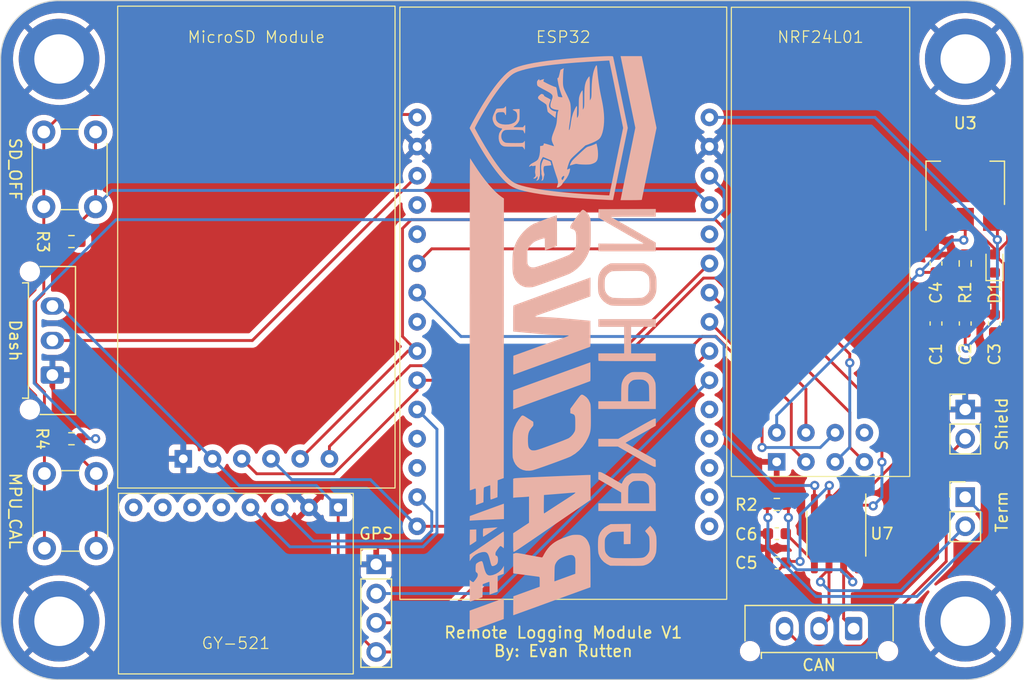
<source format=kicad_pcb>
(kicad_pcb (version 20221018) (generator pcbnew)
  (layers (0 "F.Cu" signal) (31 "B.Cu" signal) (34 "B.Paste" user) (35 "F.Paste" user) (36 "B.SilkS" user "B.Silkscreen") (37 "F.SilkS" user "F.Silkscreen") (38 "B.Mask" user) (39 "F.Mask" user) (44 "Edge.Cuts" user))
  (net 0 "")
  (net 1 "GND")
  (net 2 "NRF_VCC")
  (net 3 "+3.3V")
  (net 4 "Net-(D1-K)")
  (net 6 "GLV+")
  (net 7 "V_SENSE")
  (net 8 "Net-(J2-Pin_1)")
  (net 9 "NRF_CSN")
  (net 10 "NRF_CE")
  (net 16 "Net-(J2-Pin_2)")
  (net 17 "Net-(J2-Pin_3)")
  (net 18 "Net-(JP1-A)")
  (net 19 "SD_OFF")
  (net 20 "MPU_CAL")
  (net 22 "GPS_TX")
  (net 23 "GPS_RX")
  (net 24 "+5V")
  (net 27 "CAN_TX")
  (net 28 "CAN_RX")
  (net 32 "SPI_SCK")
  (net 33 "SPI_MISO")
  (net 34 "I2C_SDA")
  (net 35 "I2C_SCL")
  (net 36 "SPI_MOSI")
  (net 39 "SD_CS")
  (footprint "Connector_Molex:Molex_Micro-Fit_3.0_43650-0315_1x03_P3.00mm_Vertical" (layer "F.Cu") (at 147.78 86.36 180)
    (fp_text reference "CAN" (at 3 -3.175 unlocked) (layer "F.SilkS"))
    (fp_text value "Conn_01x03" hide)
    (pad "" np_thru_hole circle (at -3 -1.96 180) (size 1.27 1.27) (drill 1.27) (layers "*.Cu" "*.Mask"))
    (pad "" np_thru_hole circle (at 9 -1.96 180) (size 1.27 1.27) (drill 1.27) (layers "*.Cu" "*.Mask"))
    (pad "1" thru_hole roundrect (at 0 0 180) (size 1.5 2.02) (drill 1.02) (layers "*.Cu" "*.Mask") (roundrect_rratio 0.1666673333) (net 8 "Net-(J2-Pin_1)"))
    (pad "2" thru_hole oval (at 3 0 180) (size 1.5 2.02) (drill 1.02) (layers "*.Cu" "*.Mask") (net 16 "Net-(J2-Pin_2)"))
    (pad "3" thru_hole oval (at 6 0 180) (size 1.5 2.02) (drill 1.02) (layers "*.Cu" "*.Mask") (net 17 "Net-(J2-Pin_3)"))
  )
  (footprint "Package_SO:SOIC-8_3.9x4.9mm_P1.27mm" (layer "F.Cu") (at 146.2786 78.105 -90)
    (fp_text reference "U7" (at 0 -3.9624) (layer "F.SilkS"))
    (fp_text value "MCP2562-E-SN" hide)
    (pad "1" smd roundrect (at -2.475 -1.905 270) (size 1.95 0.6) (layers "F.Cu" "F.Paste" "F.Mask") (net 27 "CAN_TX"))
    (pad "2" smd roundrect (at -2.475 -0.635 270) (size 1.95 0.6) (layers "F.Cu" "F.Paste" "F.Mask") (net 1 "GND"))
    (pad "3" smd roundrect (at -2.475 0.635 270) (size 1.95 0.6) (layers "F.Cu" "F.Paste" "F.Mask") (net 24 "+5V"))
    (pad "4" smd roundrect (at -2.475 1.905 270) (size 1.95 0.6) (layers "F.Cu" "F.Paste" "F.Mask") (net 28 "CAN_RX"))
    (pad "5" smd roundrect (at 2.475 1.905 270) (size 1.95 0.6) (layers "F.Cu" "F.Paste" "F.Mask") (net 6 "GLV+"))
    (pad "6" smd roundrect (at 2.475 0.635 270) (size 1.95 0.6) (layers "F.Cu" "F.Paste" "F.Mask") (net 16 "Net-(J2-Pin_2)"))
    (pad "7" smd roundrect (at 2.475 -0.635 270) (size 1.95 0.6) (layers "F.Cu" "F.Paste" "F.Mask") (net 8 "Net-(J2-Pin_1)"))
    (pad "8" smd roundrect (at 2.475 -1.905 270) (size 1.95 0.6) (layers "F.Cu" "F.Paste" "F.Mask") (net 1 "GND"))
  )
  (footprint "Capacitor_SMD:C_0603_1608Metric" (layer "F.Cu") (at 141.11 80.645 180)
    (fp_text reference "C5" (at 2.654 0) (layer "F.SilkS"))
    (fp_text value "100nF" hide)
    (pad "1" smd roundrect (at -0.775 0 180) (size 0.9 0.95) (layers "F.Cu" "F.Paste" "F.Mask") (net 24 "+5V"))
    (pad "2" smd roundrect (at 0.775 0 180) (size 0.9 0.95) (layers "F.Cu" "F.Paste" "F.Mask") (net 1 "GND"))
  )
  (footprint "Connector_PinHeader_2.54mm:PinHeader_1x02_P2.54mm_Vertical" (layer "F.Cu") (at 157.48 74.925)
    (fp_text reference "Term" (at 3.175 1.275 90 unlocked) (layer "F.SilkS"))
    (fp_text value "Termination" hide)
    (pad "1" thru_hole rect (at 0 0) (size 1.7 1.7) (drill 1) (layers "*.Cu" "*.Mask") (net 18 "Net-(JP1-A)"))
    (pad "2" thru_hole oval (at 0 2.54) (size 1.7 1.7) (drill 1) (layers "*.Cu" "*.Mask") (net 16 "Net-(J2-Pin_2)"))
  )
  (footprint "Button_Switch_THT:SW_PUSH_6mm" (layer "F.Cu") (at 77.415 49.68 90)
    (fp_text reference "SD_OFF" (at 3.25 -2.485 270 unlocked) (layer "F.SilkS"))
    (fp_text value "SW_Push" hide)
    (pad "1" thru_hole circle (at 0 0 180) (size 2 2) (drill 1.1) (layers "*.Cu" "*.Mask") (net 3 "+3.3V"))
    (pad "1" thru_hole circle (at 6.5 0 180) (size 2 2) (drill 1.1) (layers "*.Cu" "*.Mask") (net 3 "+3.3V"))
    (pad "2" thru_hole circle (at 0 4.5 180) (size 2 2) (drill 1.1) (layers "*.Cu" "*.Mask") (net 19 "SD_OFF"))
    (pad "2" thru_hole circle (at 6.5 4.5 180) (size 2 2) (drill 1.1) (layers "*.Cu" "*.Mask") (net 19 "SD_OFF"))
  )
  (footprint "Package_TO_SOT_SMD:SOT-223-3_TabPin2" (layer "F.Cu") (at 157.48 47.625 90)
    (fp_text reference "U3" (at 5.207 0) (layer "F.SilkS"))
    (fp_text value "AP1117-33" hide)
    (pad "1" smd rect (at -3.15 -2.3 90) (size 2 1.5) (layers "F.Cu" "F.Paste" "F.Mask") (net 1 "GND"))
    (pad "2" smd rect (at -3.15 0 90) (size 2 1.5) (layers "F.Cu" "F.Paste" "F.Mask") (net 2 "NRF_VCC"))
    (pad "2" smd rect (at 3.15 0 90) (size 2 3.8) (layers "F.Cu" "F.Paste" "F.Mask") (net 2 "NRF_VCC"))
    (pad "3" smd rect (at -3.15 2.3 90) (size 2 1.5) (layers "F.Cu" "F.Paste" "F.Mask") (net 24 "+5V"))
  )
  (footprint "Resistor_SMD:R_0603_1608Metric" (layer "F.Cu") (at 157.48 54.61 90)
    (fp_text reference "R1" (at -2.54 0 90) (layer "F.SilkS"))
    (fp_text value "1k" hide)
    (pad "1" smd roundrect (at -0.825 0 90) (size 0.8 0.95) (layers "F.Cu" "F.Paste" "F.Mask") (net 4 "Net-(D1-K)"))
    (pad "2" smd roundrect (at 0.825 0 90) (size 0.8 0.95) (layers "F.Cu" "F.Paste" "F.Mask") (net 1 "GND"))
  )
  (footprint "Capacitor_SMD:C_0603_1608Metric" (layer "F.Cu") (at 141.11 78.105 180)
    (fp_text reference "C6" (at 2.654 -0.055) (layer "F.SilkS"))
    (fp_text value "100nF" hide)
    (pad "1" smd roundrect (at -0.775 0 180) (size 0.9 0.95) (layers "F.Cu" "F.Paste" "F.Mask") (net 6 "GLV+"))
    (pad "2" smd roundrect (at 0.775 0 180) (size 0.9 0.95) (layers "F.Cu" "F.Paste" "F.Mask") (net 1 "GND"))
  )
  (footprint "GRC:ESP32" (layer "F.Cu") (at 122.555 83.816 180)
    (fp_text reference "ESP32" (at 0 48.891 unlocked) (layer "F.SilkS") (effects (font (thickness 0.1))))
    (fp_text value "ESP32")
    (pad "1" thru_hole circle (at -12.7 6.35 180) (size 1.524 1.524) (drill 0.762) (layers "*.Cu" "*.Mask"))
    (pad "2" thru_hole circle (at -12.7 8.89 180) (size 1.524 1.524) (drill 0.762) (layers "*.Cu" "*.Mask"))
    (pad "3" thru_hole circle (at -12.7 11.43 180) (size 1.524 1.524) (drill 0.762) (layers "*.Cu" "*.Mask"))
    (pad "4" thru_hole circle (at -12.7 13.97 180) (size 1.524 1.524) (drill 0.762) (layers "*.Cu" "*.Mask"))
    (pad "5" thru_hole circle (at -12.7 16.51 180) (size 1.524 1.524) (drill 0.762) (layers "*.Cu" "*.Mask"))
    (pad "6" thru_hole circle (at -12.7 19.05 180) (size 1.524 1.524) (drill 0.762) (layers "*.Cu" "*.Mask") (net 22 "GPS_TX"))
    (pad "7" thru_hole circle (at -12.7 21.59 180) (size 1.524 1.524) (drill 0.762) (layers "*.Cu" "*.Mask") (net 23 "GPS_RX"))
    (pad "8" thru_hole circle (at -12.7 24.13 180) (size 1.524 1.524) (drill 0.762) (layers "*.Cu" "*.Mask") (net 10 "NRF_CE"))
    (pad "9" thru_hole circle (at -12.7 26.67 180) (size 1.524 1.524) (drill 0.762) (layers "*.Cu" "*.Mask") (net 9 "NRF_CSN"))
    (pad "10" thru_hole circle (at -12.7 29.21 180) (size 1.524 1.524) (drill 0.762) (layers "*.Cu" "*.Mask") (net 39 "SD_CS"))
    (pad "11" thru_hole circle (at -12.7 31.75 180) (size 1.524 1.524) (drill 0.762) (layers "*.Cu" "*.Mask"))
    (pad "12" thru_hole circle (at -12.7 34.29 180) (size 1.524 1.524) (drill 0.762) (layers "*.Cu" "*.Mask") (net 19 "SD_OFF"))
    (pad "13" thru_hole circle (at -12.7 36.83 180) (size 1.524 1.524) (drill 0.762) (layers "*.Cu" "*.Mask") (net 20 "MPU_CAL"))
    (pad "14" thru_hole circle (at -12.7 39.37 180) (size 1.524 1.524) (drill 0.762) (layers "*.Cu" "*.Mask") (net 1 "GND"))
    (pad "15" thru_hole circle (at -12.7 41.91 180) (size 1.524 1.524) (drill 0.762) (layers "*.Cu" "*.Mask") (net 24 "+5V"))
    (pad "16" thru_hole circle (at 12.7 41.91 180) (size 1.524 1.524) (drill 0.762) (layers "*.Cu" "*.Mask") (net 3 "+3.3V"))
    (pad "17" thru_hole circle (at 12.7 39.37 180) (size 1.524 1.524) (drill 0.762) (layers "*.Cu" "*.Mask") (net 1 "GND"))
    (pad "18" thru_hole circle (at 12.7 36.83 180) (size 1.524 1.524) (drill 0.762) (layers "*.Cu" "*.Mask") (net 7 "V_SENSE"))
    (pad "19" thru_hole circle (at 12.7 34.29 180) (size 1.524 1.524) (drill 0.762) (layers "*.Cu" "*.Mask"))
    (pad "20" thru_hole circle (at 12.7 31.75 180) (size 1.524 1.524) (drill 0.762) (layers "*.Cu" "*.Mask"))
    (pad "21" thru_hole circle (at 12.7 29.21 180) (size 1.524 1.524) (drill 0.762) (layers "*.Cu" "*.Mask") (net 27 "CAN_TX"))
    (pad "22" thru_hole circle (at 12.7 26.67 180) (size 1.524 1.524) (drill 0.762) (layers "*.Cu" "*.Mask") (net 28 "CAN_RX"))
    (pad "23" thru_hole circle (at 12.7 24.13 180) (size 1.524 1.524) (drill 0.762) (layers "*.Cu" "*.Mask"))
    (pad "24" thru_hole circle (at 12.7 21.59 180) (size 1.524 1.524) (drill 0.762) (layers "*.Cu" "*.Mask") (net 32 "SPI_SCK"))
    (pad "25" thru_hole circle (at 12.7 19.05 180) (size 1.524 1.524) (drill 0.762) (layers "*.Cu" "*.Mask") (net 33 "SPI_MISO"))
    (pad "26" thru_hole circle (at 12.7 16.51 180) (size 1.524 1.524) (drill 0.762) (layers "*.Cu" "*.Mask") (net 34 "I2C_SDA"))
    (pad "27" thru_hole circle (at 12.7 13.97 180) (size 1.524 1.524) (drill 0.762) (layers "*.Cu" "*.Mask"))
    (pad "28" thru_hole circle (at 12.7 11.43 180) (size 1.524 1.524) (drill 0.762) (layers "*.Cu" "*.Mask"))
    (pad "29" thru_hole circle (at 12.7 8.89 180) (size 1.524 1.524) (drill 0.762) (layers "*.Cu" "*.Mask") (net 35 "I2C_SCL"))
    (pad "30" thru_hole circle (at 12.7 6.35 180) (size 1.524 1.524) (drill 0.762) (layers "*.Cu" "*.Mask") (net 36 "SPI_MOSI"))
  )
  (footprint "Connector_Molex:Molex_Micro-Fit_3.0_43650-0315_1x03_P3.00mm_Vertical" (layer "F.Cu") (at 78.16 64.31 90)
    (fp_text reference "Dash" (at 3 -3.23 270 unlocked) (layer "F.SilkS"))
    (fp_text value "Conn_01x03" hide)
    (pad "" np_thru_hole circle (at -3 -1.96 90) (size 1.27 1.27) (drill 1.27) (layers "*.Cu" "*.Mask"))
    (pad "" np_thru_hole circle (at 9 -1.96 90) (size 1.27 1.27) (drill 1.27) (layers "*.Cu" "*.Mask"))
    (pad "1" thru_hole roundrect (at 0 0 90) (size 1.5 2.02) (drill 1.02) (layers "*.Cu" "*.Mask") (roundrect_rratio 0.1666673333) (net 1 "GND"))
    (pad "2" thru_hole oval (at 3 0 90) (size 1.5 2.02) (drill 1.02) (layers "*.Cu" "*.Mask") (net 7 "V_SENSE"))
    (pad "3" thru_hole oval (at 6 0 90) (size 1.5 2.02) (drill 1.02) (layers "*.Cu" "*.Mask") (net 24 "+5V"))
  )
  (footprint "Capacitor_SMD:C_0603_1608Metric" (layer "F.Cu") (at 157.48 59.83 90)
    (fp_text reference "C2" (at -2.68 0 90) (layer "F.SilkS"))
    (fp_text value "1u" hide)
    (pad "1" smd roundrect (at -0.775 0 90) (size 0.9 0.95) (layers "F.Cu" "F.Paste" "F.Mask") (net 24 "+5V"))
    (pad "2" smd roundrect (at 0.775 0 90) (size 0.9 0.95) (layers "F.Cu" "F.Paste" "F.Mask") (net 1 "GND"))
  )
  (footprint "Resistor_SMD:R_0603_1608Metric" (layer "F.Cu") (at 79.82 52.705 180)
    (fp_text reference "R3" (at 2.477 0 270 unlocked) (layer "F.SilkS"))
    (fp_text value "10k" hide)
    (pad "1" smd roundrect (at -0.825 0 180) (size 0.8 0.95) (layers "F.Cu" "F.Paste" "F.Mask") (net 19 "SD_OFF"))
    (pad "2" smd roundrect (at 0.825 0 180) (size 0.8 0.95) (layers "F.Cu" "F.Paste" "F.Mask") (net 1 "GND"))
  )
  (footprint "MountingHole:MountingHole_4.3mm_M4_ISO14580_Pad" (layer "F.Cu") (at 78.74 85.725 180)
    (fp_text reference "H2" hide)
    (fp_text value "MountingHole" hide)
    (pad "1" thru_hole circle (at 0 0 180) (size 7 7) (drill 4.3) (layers "*.Cu" "*.Mask") (net 1 "GND"))
  )
  (footprint "Connector_PinHeader_2.54mm:PinHeader_1x02_P2.54mm_Vertical" (layer "F.Cu") (at 157.48 67.305)
    (fp_text reference "Shield" (at 3.175 1.275 90 unlocked) (layer "F.SilkS"))
    (fp_text value "Shielding" hide)
    (pad "1" thru_hole rect (at 0 0) (size 1.7 1.7) (drill 1) (layers "*.Cu" "*.Mask") (net 1 "GND"))
    (pad "2" thru_hole oval (at 0 2.54) (size 1.7 1.7) (drill 1) (layers "*.Cu" "*.Mask") (net 17 "Net-(J2-Pin_3)"))
  )
  (footprint "GRC:MicroSD-Module" (layer "F.Cu") (at 95.885 32.236)
    (fp_text reference "MicroSD Module" (at 0 2.689 unlocked) (layer "F.SilkS") (effects (font (thickness 0.1))))
    (fp_text value "MicroSD Module")
    (pad "1" thru_hole rect (at -6.35 39.36) (size 1.524 1.524) (drill 0.762) (layers "*.Cu" "*.Mask") (net 1 "GND"))
    (pad "2" thru_hole circle (at -3.81 39.36) (size 1.524 1.524) (drill 0.762) (layers "*.Cu" "*.Mask") (net 24 "+5V"))
    (pad "3" thru_hole circle (at -1.27 39.36) (size 1.524 1.524) (drill 0.762) (layers "*.Cu" "*.Mask") (net 33 "SPI_MISO"))
    (pad "4" thru_hole circle (at 1.27 39.36) (size 1.524 1.524) (drill 0.762) (layers "*.Cu" "*.Mask") (net 36 "SPI_MOSI"))
    (pad "5" thru_hole circle (at 3.81 39.36) (size 1.524 1.524) (drill 0.762) (layers "*.Cu" "*.Mask") (net 32 "SPI_SCK"))
    (pad "6" thru_hole circle (at 6.35 39.36) (size 1.524 1.524) (drill 0.762) (layers "*.Cu" "*.Mask") (net 39 "SD_CS"))
  )
  (footprint "GRC:GY-521" (layer "F.Cu") (at 94.107 90.3 180)
    (fp_text reference "GY-521" (at 0 2.67 unlocked) (layer "F.SilkS") (effects (font (thickness 0.1))))
    (fp_text value "GY-521")
    (pad "1" thru_hole rect (at -8.89 14.478 180) (size 1.524 1.524) (drill 0.762) (layers "*.Cu" "*.Mask") (net 24 "+5V"))
    (pad "2" thru_hole circle (at -6.35 14.478 180) (size 1.524 1.524) (drill 0.762) (layers "*.Cu" "*.Mask") (net 1 "GND"))
    (pad "3" thru_hole circle (at -3.81 14.478 180) (size 1.524 1.524) (drill 0.762) (layers "*.Cu" "*.Mask") (net 35 "I2C_SCL"))
    (pad "4" thru_hole circle (at -1.27 14.478 180) (size 1.524 1.524) (drill 0.762) (layers "*.Cu" "*.Mask") (net 34 "I2C_SDA"))
    (pad "5" thru_hole circle (at 1.27 14.478 180) (size 1.524 1.524) (drill 0.762) (layers "*.Cu" "*.Mask"))
    (pad "6" thru_hole circle (at 3.81 14.478 180) (size 1.524 1.524) (drill 0.762) (layers "*.Cu" "*.Mask"))
    (pad "7" thru_hole circle (at 6.35 14.478 180) (size 1.524 1.524) (drill 0.762) (layers "*.Cu" "*.Mask"))
    (pad "8" thru_hole circle (at 8.89 14.478 180) (size 1.524 1.524) (drill 0.762) (layers "*.Cu" "*.Mask"))
  )
  (footprint "Connector_PinHeader_2.54mm:PinHeader_1x04_P2.54mm_Vertical" (layer "F.Cu") (at 106.299 80.772)
    (fp_text reference "GPS" (at 0 -2.667) (layer "F.SilkS"))
    (fp_text value "BN-220")
    (pad "1" thru_hole rect (at 0 0) (size 1.7 1.7) (drill 1) (layers "*.Cu" "*.Mask") (net 1 "GND"))
    (pad "2" thru_hole oval (at 0 2.54) (size 1.7 1.7) (drill 1) (layers "*.Cu" "*.Mask") (net 22 "GPS_TX"))
    (pad "3" thru_hole oval (at 0 5.08) (size 1.7 1.7) (drill 1) (layers "*.Cu" "*.Mask") (net 23 "GPS_RX"))
    (pad "4" thru_hole oval (at 0 7.62) (size 1.7 1.7) (drill 1) (layers "*.Cu" "*.Mask") (net 24 "+5V"))
  )
  (footprint "GRC:NRF24L01" (layer "F.Cu") (at 144.907 73.132)
    (fp_text reference "NRF24L01" (at 0 -38.207 unlocked) (layer "F.SilkS") (effects (font (thickness 0.1))))
    (fp_text value "NRF24L01")
    (pad "1" thru_hole rect (at -3.81 -1.27 180) (size 1.524 1.524) (drill 0.762) (layers "*.Cu" "*.Mask") (net 1 "GND"))
    (pad "2" thru_hole circle (at -3.81 -3.81 180) (size 1.524 1.524) (drill 0.762) (layers "*.Cu" "*.Mask") (net 2 "NRF_VCC"))
    (pad "3" thru_hole circle (at -1.27 -1.27 180) (size 1.524 1.524) (drill 0.762) (layers "*.Cu" "*.Mask") (net 10 "NRF_CE"))
    (pad "4" thru_hole circle (at -1.27 -3.81 180) (size 1.524 1.524) (drill 0.762) (layers "*.Cu" "*.Mask") (net 9 "NRF_CSN"))
    (pad "5" thru_hole circle (at 1.27 -1.27 180) (size 1.524 1.524) (drill 0.762) (layers "*.Cu" "*.Mask") (net 32 "SPI_SCK"))
    (pad "6" thru_hole circle (at 1.27 -3.81 180) (size 1.524 1.524) (drill 0.762) (layers "*.Cu" "*.Mask") (net 36 "SPI_MOSI"))
    (pad "7" thru_hole circle (at 3.81 -1.27 180) (size 1.524 1.524) (drill 0.762) (layers "*.Cu" "*.Mask") (net 33 "SPI_MISO"))
    (pad "8" thru_hole circle (at 3.81 -3.81 180) (size 1.524 1.524) (drill 0.762) (layers "*.Cu" "*.Mask"))
  )
  (footprint "Button_Switch_THT:SW_PUSH_6mm" (layer "F.Cu") (at 77.47 79.375 90)
    (fp_text reference "MPU_CAL" (at 3.25 -2.54 270 unlocked) (layer "F.SilkS"))
    (fp_text value "SW_Push" hide)
    (pad "1" thru_hole circle (at 0 0 180) (size 2 2) (drill 1.1) (layers "*.Cu" "*.Mask") (net 3 "+3.3V"))
    (pad "1" thru_hole circle (at 6.5 0 180) (size 2 2) (drill 1.1) (layers "*.Cu" "*.Mask") (net 3 "+3.3V"))
    (pad "2" thru_hole circle (at 0 4.5 180) (size 2 2) (drill 1.1) (layers "*.Cu" "*.Mask") (net 20 "MPU_CAL"))
    (pad "2" thru_hole circle (at 6.5 4.5 180) (size 2 2) (drill 1.1) (layers "*.Cu" "*.Mask") (net 20 "MPU_CAL"))
  )
  (footprint "MountingHole:MountingHole_4.3mm_M4_ISO14580_Pad" (layer "F.Cu") (at 157.48 85.725 180)
    (fp_text reference "H1" hide)
    (fp_text value "MountingHole" hide)
    (pad "1" thru_hole circle (at 0 0 180) (size 7 7) (drill 4.3) (layers "*.Cu" "*.Mask") (net 1 "GND"))
  )
  (footprint "LED_SMD:LED_0603_1608Metric" (layer "F.Cu") (at 160.02 54.61 90)
    (fp_text reference "D1" (at -2.54 0 90) (layer "F.SilkS"))
    (fp_text value "LED" hide)
    (pad "1" smd roundrect (at -0.7875 0 90) (size 0.875 0.95) (layers "F.Cu" "F.Paste" "F.Mask") (net 4 "Net-(D1-K)"))
    (pad "2" smd roundrect (at 0.7875 0 90) (size 0.875 0.95) (layers "F.Cu" "F.Paste" "F.Mask") (net 2 "NRF_VCC"))
  )
  (footprint "Capacitor_SMD:C_0603_1608Metric" (layer "F.Cu") (at 154.94 54.61 90)
    (fp_text reference "C4" (at -2.54 0 90) (layer "F.SilkS"))
    (fp_text value "1u" hide)
    (pad "1" smd roundrect (at -0.775 0 90) (size 0.9 0.95) (layers "F.Cu" "F.Paste" "F.Mask") (net 2 "NRF_VCC"))
    (pad "2" smd roundrect (at 0.775 0 90) (size 0.9 0.95) (layers "F.Cu" "F.Paste" "F.Mask") (net 1 "GND"))
  )
  (footprint "Capacitor_SMD:C_0603_1608Metric" (layer "F.Cu") (at 154.94 59.83 90)
    (fp_text reference "C1" (at -2.68 0 90) (layer "F.SilkS"))
    (fp_text value "10u" hide)
    (pad "1" smd roundrect (at -0.775 0 90) (size 0.9 0.95) (layers "F.Cu" "F.Paste" "F.Mask") (net 24 "+5V"))
    (pad "2" smd roundrect (at 0.775 0 90) (size 0.9 0.95) (layers "F.Cu" "F.Paste" "F.Mask") (net 1 "GND"))
  )
  (footprint "Resistor_SMD:R_0603_1608Metric" (layer "F.Cu") (at 141.11 75.565 180)
    (fp_text reference "R2" (at 2.654 -0.025) (layer "F.SilkS"))
    (fp_text value "120" hide)
    (pad "1" smd roundrect (at -0.825 0 180) (size 0.8 0.95) (layers "F.Cu" "F.Paste" "F.Mask") (net 8 "Net-(J2-Pin_1)"))
    (pad "2" smd roundrect (at 0.825 0 180) (size 0.8 0.95) (layers "F.Cu" "F.Paste" "F.Mask") (net 18 "Net-(JP1-A)"))
  )
  (footprint "MountingHole:MountingHole_4.3mm_M4_ISO14580_Pad" (layer "F.Cu") (at 157.48 36.83 180)
    (fp_text reference "H3" hide)
    (fp_text value "MountingHole" hide)
    (pad "1" thru_hole circle (at 0 0 180) (size 7 7) (drill 4.3) (layers "*.Cu" "*.Mask") (net 1 "GND"))
  )
  (footprint "Resistor_SMD:R_0603_1608Metric" (layer "F.Cu") (at 79.82 69.85 180)
    (fp_text reference "R4" (at 2.54 0 270 unlocked) (layer "F.SilkS"))
    (fp_text value "10k" hide)
    (pad "1" smd roundrect (at -0.825 0 180) (size 0.8 0.95) (layers "F.Cu" "F.Paste" "F.Mask") (net 20 "MPU_CAL"))
    (pad "2" smd roundrect (at 0.825 0 180) (size 0.8 0.95) (layers "F.Cu" "F.Paste" "F.Mask") (net 1 "GND"))
  )
  (footprint "Capacitor_SMD:C_0603_1608Metric" (layer "F.Cu") (at 160.02 59.83 90)
    (fp_text reference "C3" (at -2.68 0 90) (layer "F.SilkS"))
    (fp_text value "10u" hide)
    (pad "1" smd roundrect (at -0.775 0 90) (size 0.9 0.95) (layers "F.Cu" "F.Paste" "F.Mask") (net 2 "NRF_VCC"))
    (pad "2" smd roundrect (at 0.775 0 90) (size 0.9 0.95) (layers "F.Cu" "F.Paste" "F.Mask") (net 1 "GND"))
  )
  (footprint "MountingHole:MountingHole_4.3mm_M4_ISO14580_Pad" (layer "F.Cu") (at 78.74 36.83 180)
    (fp_text reference "H4" hide)
    (fp_text value "MountingHole" hide)
    (pad "1" thru_hole circle (at 0 0 180) (size 7 7) (drill 4.3) (layers "*.Cu" "*.Mask") (net 1 "GND"))
  )
  (footprint "GRC:GRCBanner" (layer "B.Cu") (at 122.555 61.595 90)
    (fp_text reference "G***" hide)
    (fp_text value "LOGO" hide)
  )
  (gr_line (start 162.56 36.83) (end 162.56 85.725) (stroke (width 0.1)) (layer "Edge.Cuts"))
  (gr_arc (start 78.74 90.805) (mid 75.147898 89.317102) (end 73.66 85.725) (stroke (width 0.1)) (layer "Edge.Cuts"))
  (gr_arc (start 162.56 85.725) (mid 161.072102 89.317102) (end 157.48 90.805) (stroke (width 0.1)) (layer "Edge.Cuts"))
  (gr_line (start 73.66 85.725) (end 73.66 36.83) (stroke (width 0.1)) (layer "Edge.Cuts"))
  (gr_arc (start 157.48 31.75) (mid 161.072102 33.237898) (end 162.56 36.83) (stroke (width 0.1)) (layer "Edge.Cuts"))
  (gr_line (start 157.48 90.805) (end 78.74 90.805) (stroke (width 0.1)) (layer "Edge.Cuts"))
  (gr_line (start 78.74 31.75) (end 157.48 31.75) (stroke (width 0.1)) (layer "Edge.Cuts"))
  (gr_arc (start 73.66 36.83) (mid 75.147898 33.237898) (end 78.74 31.75) (stroke (width 0.1)) (layer "Edge.Cuts"))
  (gr_text "Remote Logging Module V1\nBy: Evan Rutten" (at 122.555 88.9) (layer "F.SilkS") (effects (font (size 1 1)) (justify bottom)))
  (segment (start 157.43 53.835) (end 157.48 53.785) (width 0.25) (layer "F.Cu") (net 1))
  (segment (start 161.163 52.6795) (end 161.163 45.72) (width 0.25) (layer "F.Cu") (net 2))
  (segment (start 161.163 45.72) (end 159.918 44.475) (width 0.25) (layer "F.Cu") (net 2))
  (segment (start 160.82 54.6225) (end 160.82 59.805) (width 0.25) (layer "F.Cu") (net 2))
  (segment (start 154.94 55.385) (end 153.556 55.385) (width 0.25) (layer "F.Cu") (net 2))
  (segment (start 160.82 59.805) (end 160.02 60.605) (width 0.25) (layer "F.Cu") (net 2))
  (segment (start 159.918 44.475) (end 157.48 44.475) (width 0.25) (layer "F.Cu") (net 2))
  (segment (start 157.48 52.451) (end 157.353 52.578) (width 0.25) (layer "F.Cu") (net 2))
  (segment (start 157.48 50.775) (end 157.48 52.451) (width 0.25) (layer "F.Cu") (net 2))
  (segment (start 160.02 53.8225) (end 161.163 52.6795) (width 0.25) (layer "F.Cu") (net 2))
  (segment (start 157.48 50.775) (end 160.02 53.315) (width 0.25) (layer "F.Cu") (net 2))
  (segment (start 160.02 53.8225) (end 160.82 54.6225) (width 0.25) (layer "F.Cu") (net 2))
  (segment (start 153.556 55.385) (end 153.543 55.372) (width 0.25) (layer "F.Cu") (net 2))
  (segment (start 160.02 53.315) (end 160.02 53.8225) (width 0.25) (layer "F.Cu") (net 2))
  (via (at 153.543 55.372) (size 0.8) (drill 0.4) (layers "F.Cu" "B.Cu") (net 2))
  (via (at 157.353 52.578) (size 0.8) (drill 0.4) (layers "F.Cu" "B.Cu") (net 2))
  (segment (start 156.337 52.578) (end 153.543 55.372) (width 0.25) (layer "B.Cu") (net 2))
  (segment (start 153.543 55.372) (end 141.097 67.818) (width 0.25) (layer "B.Cu") (net 2))
  (segment (start 157.353 52.578) (end 156.337 52.578) (width 0.25) (layer "B.Cu") (net 2))
  (segment (start 141.097 67.818) (end 141.097 69.322) (width 0.25) (layer "B.Cu") (net 2))
  (segment (start 77.47 72.875) (end 77.47 79.375) (width 0.25) (layer "F.Cu") (net 3))
  (segment (start 109.605 41.656) (end 109.855 41.906) (width 0.25) (layer "F.Cu") (net 3))
  (segment (start 77.415 43.18) (end 77.415 49.68) (width 0.25) (layer "F.Cu") (net 3))
  (segment (start 77.415 43.18) (end 78.939 41.656) (width 0.25) (layer "F.Cu") (net 3))
  (segment (start 76.708 65.024) (end 76.708 57.912) (width 0.25) (layer "F.Cu") (net 3))
  (segment (start 77.415 57.205) (end 77.415 49.68) (width 0.25) (layer "F.Cu") (net 3))
  (segment (start 76.708 57.912) (end 77.415 57.205) (width 0.25) (layer "F.Cu") (net 3))
  (segment (start 77.47 72.875) (end 77.47 65.786) (width 0.25) (layer "F.Cu") (net 3))
  (segment (start 78.939 41.656) (end 109.605 41.656) (width 0.25) (layer "F.Cu") (net 3))
  (segment (start 77.47 65.786) (end 76.708 65.024) (width 0.25) (layer "F.Cu") (net 3))
  (segment (start 157.5175 55.3975) (end 157.48 55.435) (width 0.25) (layer "F.Cu") (net 4))
  (segment (start 160.02 55.3975) (end 157.5175 55.3975) (width 0.25) (layer "F.Cu") (net 4))
  (segment (start 141.885 78.105) (end 141.8986 78.105) (width 0.25) (layer "F.Cu") (net 6))
  (segment (start 141.8986 78.105) (end 144.3736 80.58) (width 0.25) (layer "F.Cu") (net 6))
  (segment (start 95.531 61.31) (end 109.855 46.986) (width 0.25) (layer "F.Cu") (net 7))
  (segment (start 78.16 61.31) (end 95.531 61.31) (width 0.25) (layer "F.Cu") (net 7))
  (segment (start 147.701 81.915) (end 147.701 82.296) (width 0.25) (layer "F.Cu") (net 8))
  (segment (start 146.9136 80.58) (end 146.9136 81.1276) (width 0.25) (layer "F.Cu") (net 8))
  (segment (start 142.113 75.743) (end 141.935 75.565) (width 0.25) (layer "F.Cu") (net 8))
  (segment (start 146.9136 81.1276) (end 147.701 81.915) (width 0.25) (layer "F.Cu") (net 8))
  (segment (start 146.9136 85.4936) (end 146.9136 80.58) (width 0.25) (layer "F.Cu") (net 8))
  (segment (start 142.113 76.708) (end 142.113 75.743) (width 0.25) (layer "F.Cu") (net 8))
  (segment (start 147.78 86.36) (end 146.9136 85.4936) (width 0.25) (layer "F.Cu") (net 8))
  (via (at 147.701 82.296) (size 0.8) (drill 0.4) (layers "F.Cu" "B.Cu") (net 8))
  (via (at 142.113 76.708) (size 0.8) (drill 0.4) (layers "F.Cu" "B.Cu") (net 8))
  (segment (start 146.648 81.243) (end 142.828695 81.243) (width 0.25) (layer "B.Cu") (net 8))
  (segment (start 142.113 80.527305) (end 142.113 76.708) (width 0.25) (layer "B.Cu") (net 8))
  (segment (start 142.828695 81.243) (end 142.113 80.527305) (width 0.25) (layer "B.Cu") (net 8))
  (segment (start 147.701 82.296) (end 146.648 81.243) (width 0.25) (layer "B.Cu") (net 8))
  (segment (start 135.255 57.146) (end 143.637 65.528) (width 0.25) (layer "F.Cu") (net 9))
  (segment (start 143.637 65.528) (end 143.637 69.322) (width 0.25) (layer "F.Cu") (net 9))
  (segment (start 135.255 59.686) (end 142.367 66.798) (width 0.25) (layer "F.Cu") (net 10))
  (segment (start 142.367 70.592) (end 143.637 71.862) (width 0.25) (layer "F.Cu") (net 10))
  (segment (start 142.367 66.798) (end 142.367 70.592) (width 0.25) (layer "F.Cu") (net 10))
  (segment (start 144.907 81.915) (end 145.6436 81.1784) (width 0.25) (layer "F.Cu") (net 16))
  (segment (start 144.78 86.36) (end 145.6436 85.4964) (width 0.25) (layer "F.Cu") (net 16))
  (segment (start 144.907 82.296) (end 144.907 81.915) (width 0.25) (layer "F.Cu") (net 16))
  (segment (start 145.6436 81.1784) (end 145.6436 80.58) (width 0.25) (layer "F.Cu") (net 16))
  (segment (start 145.6436 85.4964) (end 145.6436 80.58) (width 0.25) (layer "F.Cu") (net 16))
  (via (at 144.907 82.296) (size 0.8) (drill 0.4) (layers "F.Cu" "B.Cu") (net 16))
  (segment (start 144.907 82.296) (end 145.669 83.058) (width 0.25) (layer "B.Cu") (net 16))
  (segment (start 145.669 83.058) (end 151.887 83.058) (width 0.25) (layer "B.Cu") (net 16))
  (segment (start 151.887 83.058) (end 157.48 77.465) (width 0.25) (layer "B.Cu") (net 16))
  (segment (start 148.463 87.884) (end 155.829 80.518) (width 0.25) (layer "F.Cu") (net 17))
  (segment (start 141.78 86.36) (end 143.304 87.884) (width 0.25) (layer "F.Cu") (net 17))
  (segment (start 143.304 87.884) (end 148.463 87.884) (width 0.25) (layer "F.Cu") (net 17))
  (segment (start 155.829 80.518) (end 155.829 71.496) (width 0.25) (layer "F.Cu") (net 17))
  (segment (start 155.829 71.496) (end 157.48 69.845) (width 0.25) (layer "F.Cu") (net 17))
  (segment (start 140.285 75.565) (end 140.285 76.658) (width 0.25) (layer "F.Cu") (net 18))
  (segment (start 140.285 76.658) (end 140.335 76.708) (width 0.25) (layer "F.Cu") (net 18))
  (via (at 140.335 76.708) (size 0.8) (drill 0.4) (layers "F.Cu" "B.Cu") (net 18))
  (segment (start 140.335 79.385701) (end 144.515299 83.566) (width 0.25) (layer "B.Cu") (net 18))
  (segment (start 144.515299 83.566) (end 153.289 83.566) (width 0.25) (layer "B.Cu") (net 18))
  (segment (start 153.289 83.566) (end 158.877 77.978) (width 0.25) (layer "B.Cu") (net 18))
  (segment (start 158.877 76.322) (end 157.48 74.925) (width 0.25) (layer "B.Cu") (net 18))
  (segment (start 140.335 76.708) (end 140.335 79.385701) (width 0.25) (layer "B.Cu") (net 18))
  (segment (start 158.877 77.978) (end 158.877 76.322) (width 0.25) (layer "B.Cu") (net 18))
  (segment (start 81.915 49.68) (end 81.915 43.18) (width 0.25) (layer "F.Cu") (net 19))
  (segment (start 80.645 50.95) (end 80.645 52.705) (width 0.25) (layer "F.Cu") (net 19))
  (segment (start 81.915 49.68) (end 80.645 50.95) (width 0.25) (layer "F.Cu") (net 19))
  (segment (start 83.335 48.26) (end 133.989 48.26) (width 0.25) (layer "B.Cu") (net 19))
  (segment (start 81.915 49.68) (end 83.335 48.26) (width 0.25) (layer "B.Cu") (net 19))
  (segment (start 133.989 48.26) (end 135.255 49.526) (width 0.25) (layer "B.Cu") (net 19))
  (segment (start 80.645 69.85) (end 81.915 69.85) (width 0.25) (layer "F.Cu") (net 20))
  (segment (start 81.97 72.875) (end 81.97 79.375) (width 0.25) (layer "F.Cu") (net 20))
  (segment (start 80.645 69.85) (end 80.645 71.55) (width 0.25) (layer "F.Cu") (net 20))
  (segment (start 80.645 71.55) (end 81.97 72.875) (width 0.25) (layer "F.Cu") (net 20))
  (via (at 81.915 69.85) (size 0.8) (drill 0.4) (layers "F.Cu" "B.Cu") (net 20))
  (segment (start 81.407 69.85) (end 76.581 65.024) (width 0.25) (layer "B.Cu") (net 20))
  (segment (start 76.581 65.024) (end 76.581 57.912) (width 0.25) (layer "B.Cu") (net 20))
  (segment (start 76.581 57.912) (end 83.693 50.8) (width 0.25) (layer "B.Cu") (net 20))
  (segment (start 81.915 69.85) (end 81.407 69.85) (width 0.25) (layer "B.Cu") (net 20))
  (segment (start 136.525 49.915625) (end 136.525 48.256) (width 0.25) (layer "B.Cu") (net 20))
  (segment (start 136.525 48.256) (end 135.255 46.986) (width 0.25) (layer "B.Cu") (net 20))
  (segment (start 135.640625 50.8) (end 136.525 49.915625) (width 0.25) (layer "B.Cu") (net 20))
  (segment (start 83.693 50.8) (end 135.640625 50.8) (width 0.25) (layer "B.Cu") (net 20))
  (segment (start 116.709 83.312) (end 135.255 64.766) (width 0.25) (layer "B.Cu") (net 22))
  (segment (start 106.299 83.312) (end 116.709 83.312) (width 0.25) (layer "B.Cu") (net 22))
  (segment (start 111.629 85.852) (end 135.255 62.226) (width 0.25) (layer "F.Cu") (net 23))
  (segment (start 106.299 85.852) (end 111.629 85.852) (width 0.25) (layer "F.Cu") (net 23))
  (segment (start 134.138 88.392) (end 141.885 80.645) (width 0.25) (layer "F.Cu") (net 24))
  (segment (start 160.27375 52.544152) (end 160.27375 51.26875) (width 0.25) (layer "F.Cu") (net 24))
  (segment (start 157.48 60.605) (end 157.48 61.9005) (width 0.25) (layer "F.Cu") (net 24))
  (segment (start 142.012 80.518) (end 141.885 80.645) (width 0.25) (layer "F.Cu") (net 24))
  (segment (start 145.6436 73.9394) (end 145.669 73.914) (width 0.25) (layer "F.Cu") (net 24))
  (segment (start 106.299 88.392) (end 134.138 88.392) (width 0.25) (layer "F.Cu") (net 24))
  (segment (start 160.27375 51.26875) (end 159.78 50.775) (width 0.25) (layer "F.Cu") (net 24))
  (segment (start 154.94 60.605) (end 154.94 68.324604) (width 0.25) (layer "F.Cu") (net 24))
  (segment (start 143.129 80.518) (end 142.012 80.518) (width 0.25) (layer "F.Cu") (net 24))
  (segment (start 102.997 85.09) (end 106.299 88.392) (width 0.25) (layer "F.Cu") (net 24))
  (segment (start 157.48 61.9005) (end 157.5555 61.976) (width 0.25) (layer "F.Cu") (net 24))
  (segment (start 145.6436 75.63) (end 145.6436 73.9394) (width 0.25) (layer "F.Cu") (net 24))
  (segment (start 154.94 68.324604) (end 149.546604 73.718) (width 0.25) (layer "F.Cu") (net 24))
  (segment (start 147.135 73.718) (end 145.6436 75.2094) (width 0.25) (layer "F.Cu") (net 24))
  (segment (start 149.546604 73.718) (end 147.135 73.718) (width 0.25) (layer "F.Cu") (net 24))
  (segment (start 145.6436 75.2094) (end 145.6436 75.63) (width 0.25) (layer "F.Cu") (net 24))
  (segment (start 102.997 75.822) (end 102.997 85.09) (width 0.25) (layer "F.Cu") (net 24))
  (segment (start 154.94 60.605) (end 157.48 60.605) (width 0.25) (layer "F.Cu") (net 24))
  (via (at 143.129 80.518) (size 0.8) (drill 0.4) (layers "F.Cu" "B.Cu") (net 24))
  (via (at 145.669 73.914) (size 0.8) (drill 0.4) (layers "F.Cu" "B.Cu") (net 24))
  (via (at 160.27375 52.544152) (size 0.8) (drill 0.4) (layers "F.Cu" "B.Cu") (net 24))
  (via (at 157.5555 61.976) (size 0.8) (drill 0.4) (layers "F.Cu" "B.Cu") (net 24))
  (segment (start 145.669 73.914) (end 143.129 76.454) (width 0.25) (layer "B.Cu") (net 24))
  (segment (start 92.075 71.596) (end 94.393 73.914) (width 0.25) (layer "B.Cu") (net 24))
  (segment (start 78.789 58.31) (end 92.075 71.596) (width 0.25) (layer "B.Cu") (net 24))
  (segment (start 101.089 73.914) (end 102.997 75.822) (width 0.25) (layer "B.Cu") (net 24))
  (segment (start 149.635598 41.906) (end 135.255 41.906) (width 0.25) (layer "B.Cu") (net 24))
  (segment (start 143.129 76.454) (end 143.129 80.518) (width 0.25) (layer "B.Cu") (net 24))
  (segment (start 78.16 58.31) (end 78.789 58.31) (width 0.25) (layer "B.Cu") (net 24))
  (segment (start 157.5555 61.976) (end 160.27375 59.25775) (width 0.25) (layer "B.Cu") (net 24))
  (segment (start 160.27375 59.25775) (end 160.27375 52.544152) (width 0.25) (layer "B.Cu") (net 24))
  (segment (start 94.393 73.914) (end 101.089 73.914) (width 0.25) (layer "B.Cu") (net 24))
  (segment (start 160.27375 52.544152) (end 149.635598 41.906) (width 0.25) (layer "B.Cu") (net 24))
  (segment (start 148.1836 75.63) (end 149.417 75.63) (width 0.25) (layer "F.Cu") (net 27))
  (segment (start 150.241 71.882) (end 150.241 67.564) (width 0.25) (layer "F.Cu") (net 27))
  (segment (start 136.017 53.34) (end 111.121 53.34) (width 0.25) (layer "F.Cu") (net 27))
  (segment (start 111.121 53.34) (end 109.855 54.606) (width 0.25) (layer "F.Cu") (net 27))
  (segment (start 149.417 75.63) (end 149.479 75.692) (width 0.25) (layer "F.Cu") (net 27))
  (segment (start 150.241 67.564) (end 136.017 53.34) (width 0.25) (layer "F.Cu") (net 27))
  (via (at 149.479 75.692) (size 0.8) (drill 0.4) (layers "F.Cu" "B.Cu") (net 27))
  (via (at 150.241 71.882) (size 0.8) (drill 0.4) (layers "F.Cu" "B.Cu") (net 27))
  (segment (start 150.241 74.93) (end 149.479 75.692) (width 0.25) (layer "B.Cu") (net 27))
  (segment (start 150.241 71.882) (end 150.241 74.93) (width 0.25) (layer "B.Cu") (net 27))
  (segment (start 144.3736 73.9394) (end 144.399 73.914) (width 0.25) (layer "F.Cu") (net 28))
  (segment (start 144.3736 75.63) (end 144.3736 73.9394) (width 0.25) (layer "F.Cu") (net 28))
  (via (at 144.399 73.914) (size 0.8) (drill 0.4) (layers "F.Cu" "B.Cu") (net 28))
  (segment (start 136.525 69.464) (end 136.525 61.722) (width 0.25) (layer "B.Cu") (net 28))
  (segment (start 144.399 73.914) (end 140.975 73.914) (width 0.25) (layer "B.Cu") (net 28))
  (segment (start 135.763 60.96) (end 113.669 60.96) (width 0.25) (layer "B.Cu") (net 28))
  (segment (start 136.525 61.722) (end 135.763 60.96) (width 0.25) (layer "B.Cu") (net 28))
  (segment (start 113.669 60.96) (end 109.855 57.146) (width 0.25) (layer "B.Cu") (net 28))
  (segment (start 140.975 73.914) (end 136.525 69.464) (width 0.25) (layer "B.Cu") (net 28))
  (segment (start 147.447 62.484) (end 135.763 50.8) (width 0.25) (layer "F.Cu") (net 32))
  (segment (start 135.763 50.8) (end 109.347 50.8) (width 0.25) (layer "F.Cu") (net 32))
  (segment (start 99.695 71.596) (end 109.065 62.226) (width 0.25) (layer "F.Cu") (net 32))
  (segment (start 108.585 51.562) (end 108.585 60.956) (width 0.25) (layer "F.Cu") (net 32))
  (segment (start 108.585 60.956) (end 109.855 62.226) (width 0.25) (layer "F.Cu") (net 32))
  (segment (start 147.447 63.246) (end 147.447 62.484) (width 0.25) (layer "F.Cu") (net 32))
  (segment (start 109.347 50.8) (end 108.585 51.562) (width 0.25) (layer "F.Cu") (net 32))
  (segment (start 109.065 62.226) (end 109.855 62.226) (width 0.25) (layer "F.Cu") (net 32))
  (via (at 147.447 63.246) (size 0.8) (drill 0.4) (layers "F.Cu" "B.Cu") (net 32))
  (segment (start 147.447 63.246) (end 147.447 70.592) (width 0.25) (layer "B.Cu") (net 32))
  (segment (start 147.447 70.592) (end 146.177 71.862) (width 0.25) (layer "B.Cu") (net 32))
  (segment (start 135.771626 55.88) (end 147.447 67.555374) (width 0.25) (layer "F.Cu") (net 33))
  (segment (start 147.447 67.555374) (end 147.447 70.592) (width 0.25) (layer "F.Cu") (net 33))
  (segment (start 95.917 72.898) (end 102.616 72.898) (width 0.25) (layer "F.Cu") (net 33))
  (segment (start 147.447 70.592) (end 148.717 71.862) (width 0.25) (layer "F.Cu") (net 33))
  (segment (start 109.855 64.766) (end 125.852374 64.766) (width 0.25) (layer "F.Cu") (net 33))
  (segment (start 125.852374 64.766) (end 134.738374 55.88) (width 0.25) (layer "F.Cu") (net 33))
  (segment (start 102.616 72.898) (end 109.855 65.659) (width 0.25) (layer "F.Cu") (net 33))
  (segment (start 134.738374 55.88) (end 135.771626 55.88) (width 0.25) (layer "F.Cu") (net 33))
  (segment (start 109.855 65.659) (end 109.855 64.766) (width 0.25) (layer "F.Cu") (net 33))
  (segment (start 94.615 71.596) (end 95.917 72.898) (width 0.25) (layer "F.Cu") (net 33))
  (segment (start 111.575 69.026) (end 109.855 67.306) (width 0.25) (layer "B.Cu") (net 34))
  (segment (start 111.575 78.036) (end 111.575 69.026) (width 0.25) (layer "B.Cu") (net 34))
  (segment (start 110.363 79.248) (end 111.575 78.036) (width 0.25) (layer "B.Cu") (net 34))
  (segment (start 95.377 75.822) (end 98.803 79.248) (width 0.25) (layer "B.Cu") (net 34))
  (segment (start 98.803 79.248) (end 110.363 79.248) (width 0.25) (layer "B.Cu") (net 34))
  (segment (start 111.125 77.849604) (end 111.125 76.196) (width 0.25) (layer "B.Cu") (net 35))
  (segment (start 110.234604 78.74) (end 111.125 77.849604) (width 0.25) (layer "B.Cu") (net 35))
  (segment (start 111.125 76.196) (end 109.855 74.926) (width 0.25) (layer "B.Cu") (net 35))
  (segment (start 100.835 78.74) (end 110.234604 78.74) (width 0.25) (layer "B.Cu") (net 35))
  (segment (start 97.917 75.822) (end 100.835 78.74) (width 0.25) (layer "B.Cu") (net 35))
  (segment (start 139.827 70.612) (end 139.827 64.959198) (width 0.25) (layer "F.Cu") (net 36))
  (segment (start 134.617749 60.96) (end 118.111749 77.466) (width 0.25) (layer "F.Cu") (net 36))
  (segment (start 139.827 64.959198) (end 135.827802 60.96) (width 0.25) (layer "F.Cu") (net 36))
  (segment (start 135.827802 60.96) (end 134.617749 60.96) (width 0.25) (layer "F.Cu") (net 36))
  (segment (start 118.111749 77.466) (end 109.855 77.466) (width 0.25) (layer "F.Cu") (net 36))
  (via (at 139.827 70.612) (size 0.8) (drill 0.4) (layers "F.Cu" "B.Cu") (net 36))
  (segment (start 139.827 70.612) (end 144.887 70.612) (width 0.25) (layer "B.Cu") (net 36))
  (segment (start 98.965 73.406) (end 97.155 71.596) (width 0.25) (layer "B.Cu") (net 36))
  (segment (start 109.855 77.466) (end 105.795 73.406) (width 0.25) (layer "B.Cu") (net 36))
  (segment (start 105.795 73.406) (end 98.965 73.406) (width 0.25) (layer "B.Cu") (net 36))
  (segment (start 144.887 70.612) (end 146.177 69.322) (width 0.25) (layer "B.Cu") (net 36))
  (segment (start 102.235 70.51837) (end 109.25337 63.5) (width 0.25) (layer "F.Cu") (net 39))
  (segment (start 109.25337 63.5) (end 126.361 63.5) (width 0.25) (layer "F.Cu") (net 39))
  (segment (start 126.361 63.5) (end 135.255 54.606) (width 0.25) (layer "F.Cu") (net 39))
  (segment (start 102.235 71.596) (end 102.235 70.51837) (width 0.25) (layer "F.Cu") (net 39))
  (zone (net 1) (net_name "GND") (layers "F&B.Cu") (connect_pads (clearance 0.5)) (min_thickness 0.25) (fill yes (thermal_gap 0.5) (thermal_bridge_width 0.5))
    (polygon (pts (xy 162.56 31.75) (xy 162.56 90.805) (xy 73.66 90.805) (xy 73.66 31.75)))
  )
)
</source>
